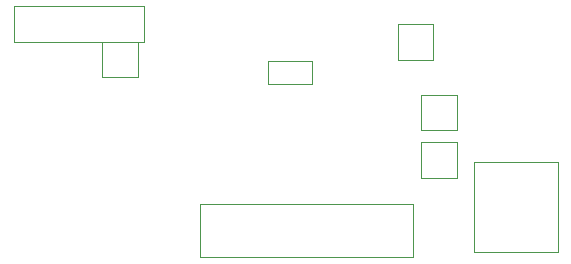
<source format=gbr>
%TF.GenerationSoftware,KiCad,Pcbnew,7.0.9*%
%TF.CreationDate,2024-01-16T21:18:43+00:00*%
%TF.ProjectId,egg-timer,6567672d-7469-46d6-9572-2e6b69636164,rev?*%
%TF.SameCoordinates,Original*%
%TF.FileFunction,Other,User*%
%FSLAX46Y46*%
G04 Gerber Fmt 4.6, Leading zero omitted, Abs format (unit mm)*
G04 Created by KiCad (PCBNEW 7.0.9) date 2024-01-16 21:18:43*
%MOMM*%
%LPD*%
G01*
G04 APERTURE LIST*
%ADD10C,0.050000*%
G04 APERTURE END LIST*
D10*
%TO.C,R5*%
X126250000Y-85050000D02*
X122550000Y-85050000D01*
X126250000Y-83150000D02*
X126250000Y-85050000D01*
X122550000Y-85050000D02*
X122550000Y-83150000D01*
X122550000Y-83150000D02*
X126250000Y-83150000D01*
%TO.C,J5*%
X133500000Y-80000000D02*
X133500000Y-83000000D01*
X133500000Y-83000000D02*
X136500000Y-83000000D01*
X136500000Y-80000000D02*
X133500000Y-80000000D01*
X136500000Y-83000000D02*
X136500000Y-80000000D01*
%TO.C,RV1*%
X139970000Y-91710000D02*
X139970000Y-99290000D01*
X139970000Y-91710000D02*
X147030000Y-91710000D01*
X147030000Y-99290000D02*
X139970000Y-99290000D01*
X147030000Y-99290000D02*
X147030000Y-91710000D01*
%TO.C,U3*%
X116750000Y-95250000D02*
X134750000Y-95250000D01*
X116750000Y-99750000D02*
X116750000Y-95250000D01*
X134750000Y-95250000D02*
X134750000Y-99750000D01*
X134750000Y-99750000D02*
X116750000Y-99750000D01*
%TO.C,J4*%
X108500000Y-81500000D02*
X108500000Y-84500000D01*
X108500000Y-84500000D02*
X111500000Y-84500000D01*
X111500000Y-81500000D02*
X108500000Y-81500000D01*
X111500000Y-84500000D02*
X111500000Y-81500000D01*
%TO.C,J2*%
X135500000Y-86000000D02*
X135500000Y-89000000D01*
X135500000Y-89000000D02*
X138500000Y-89000000D01*
X138500000Y-86000000D02*
X135500000Y-86000000D01*
X138500000Y-89000000D02*
X138500000Y-86000000D01*
%TO.C,J3*%
X135500000Y-90000000D02*
X135500000Y-93000000D01*
X135500000Y-93000000D02*
X138500000Y-93000000D01*
X138500000Y-90000000D02*
X135500000Y-90000000D01*
X138500000Y-93000000D02*
X138500000Y-90000000D01*
%TO.C,J1*%
X101000000Y-81500000D02*
X112000000Y-81500000D01*
X112000000Y-81500000D02*
X112000000Y-78500000D01*
X101000000Y-78500000D02*
X101000000Y-81500000D01*
X112000000Y-78500000D02*
X101000000Y-78500000D01*
%TD*%
M02*

</source>
